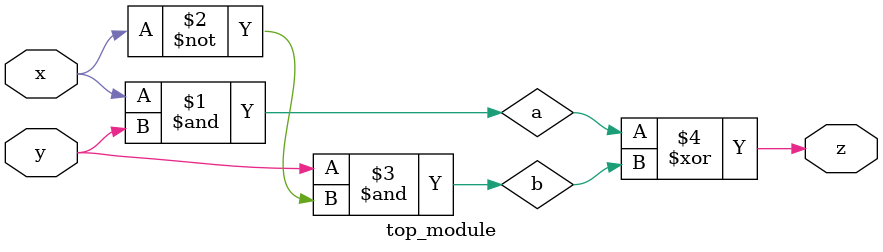
<source format=sv>
module top_module(
    input x,
    input y,
    output z
);

    wire a;
    wire b;

    assign a = x & y;
    assign b = y & ~x;
    assign z = a ^ b;

endmodule

</source>
